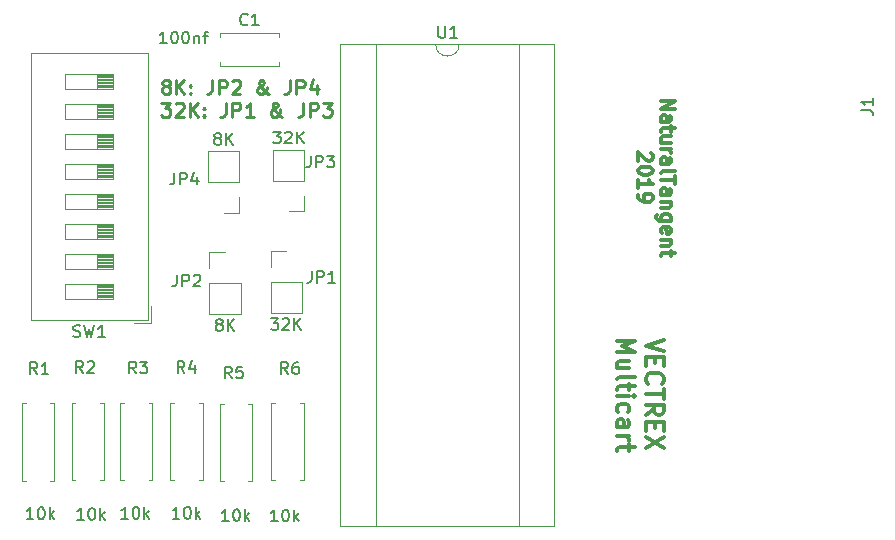
<source format=gto>
G04 #@! TF.GenerationSoftware,KiCad,Pcbnew,6.0.0-d3dd2cf0fa~116~ubuntu20.04.1*
G04 #@! TF.CreationDate,2021-12-31T14:11:41+00:00*
G04 #@! TF.ProjectId,multicart,6d756c74-6963-4617-9274-2e6b69636164,V0.1*
G04 #@! TF.SameCoordinates,Original*
G04 #@! TF.FileFunction,Legend,Top*
G04 #@! TF.FilePolarity,Positive*
%FSLAX46Y46*%
G04 Gerber Fmt 4.6, Leading zero omitted, Abs format (unit mm)*
G04 Created by KiCad (PCBNEW 6.0.0-d3dd2cf0fa~116~ubuntu20.04.1) date 2021-12-31 14:11:41*
%MOMM*%
%LPD*%
G01*
G04 APERTURE LIST*
%ADD10C,0.300000*%
%ADD11C,0.275000*%
%ADD12C,0.150000*%
%ADD13C,0.120000*%
G04 APERTURE END LIST*
D10*
X119676142Y-52289885D02*
X120876142Y-52289885D01*
X119676142Y-52975600D01*
X120876142Y-52975600D01*
X119676142Y-54061314D02*
X120304714Y-54061314D01*
X120419000Y-54004171D01*
X120476142Y-53889885D01*
X120476142Y-53661314D01*
X120419000Y-53547028D01*
X119733285Y-54061314D02*
X119676142Y-53947028D01*
X119676142Y-53661314D01*
X119733285Y-53547028D01*
X119847571Y-53489885D01*
X119961857Y-53489885D01*
X120076142Y-53547028D01*
X120133285Y-53661314D01*
X120133285Y-53947028D01*
X120190428Y-54061314D01*
X120476142Y-54461314D02*
X120476142Y-54918457D01*
X120876142Y-54632742D02*
X119847571Y-54632742D01*
X119733285Y-54689885D01*
X119676142Y-54804171D01*
X119676142Y-54918457D01*
X120476142Y-55832742D02*
X119676142Y-55832742D01*
X120476142Y-55318457D02*
X119847571Y-55318457D01*
X119733285Y-55375600D01*
X119676142Y-55489885D01*
X119676142Y-55661314D01*
X119733285Y-55775600D01*
X119790428Y-55832742D01*
X119676142Y-56404171D02*
X120476142Y-56404171D01*
X120247571Y-56404171D02*
X120361857Y-56461314D01*
X120419000Y-56518457D01*
X120476142Y-56632742D01*
X120476142Y-56747028D01*
X119676142Y-57661314D02*
X120304714Y-57661314D01*
X120419000Y-57604171D01*
X120476142Y-57489885D01*
X120476142Y-57261314D01*
X120419000Y-57147028D01*
X119733285Y-57661314D02*
X119676142Y-57547028D01*
X119676142Y-57261314D01*
X119733285Y-57147028D01*
X119847571Y-57089885D01*
X119961857Y-57089885D01*
X120076142Y-57147028D01*
X120133285Y-57261314D01*
X120133285Y-57547028D01*
X120190428Y-57661314D01*
X119676142Y-58404171D02*
X119733285Y-58289885D01*
X119847571Y-58232742D01*
X120876142Y-58232742D01*
X120876142Y-58689885D02*
X120876142Y-59375600D01*
X119676142Y-59032742D02*
X120876142Y-59032742D01*
X119676142Y-60289885D02*
X120304714Y-60289885D01*
X120419000Y-60232742D01*
X120476142Y-60118457D01*
X120476142Y-59889885D01*
X120419000Y-59775600D01*
X119733285Y-60289885D02*
X119676142Y-60175600D01*
X119676142Y-59889885D01*
X119733285Y-59775600D01*
X119847571Y-59718457D01*
X119961857Y-59718457D01*
X120076142Y-59775600D01*
X120133285Y-59889885D01*
X120133285Y-60175600D01*
X120190428Y-60289885D01*
X120476142Y-60861314D02*
X119676142Y-60861314D01*
X120361857Y-60861314D02*
X120419000Y-60918457D01*
X120476142Y-61032742D01*
X120476142Y-61204171D01*
X120419000Y-61318457D01*
X120304714Y-61375600D01*
X119676142Y-61375600D01*
X120476142Y-62461314D02*
X119504714Y-62461314D01*
X119390428Y-62404171D01*
X119333285Y-62347028D01*
X119276142Y-62232742D01*
X119276142Y-62061314D01*
X119333285Y-61947028D01*
X119733285Y-62461314D02*
X119676142Y-62347028D01*
X119676142Y-62118457D01*
X119733285Y-62004171D01*
X119790428Y-61947028D01*
X119904714Y-61889885D01*
X120247571Y-61889885D01*
X120361857Y-61947028D01*
X120419000Y-62004171D01*
X120476142Y-62118457D01*
X120476142Y-62347028D01*
X120419000Y-62461314D01*
X119733285Y-63489885D02*
X119676142Y-63375600D01*
X119676142Y-63147028D01*
X119733285Y-63032742D01*
X119847571Y-62975600D01*
X120304714Y-62975600D01*
X120419000Y-63032742D01*
X120476142Y-63147028D01*
X120476142Y-63375600D01*
X120419000Y-63489885D01*
X120304714Y-63547028D01*
X120190428Y-63547028D01*
X120076142Y-62975600D01*
X120476142Y-64061314D02*
X119676142Y-64061314D01*
X120361857Y-64061314D02*
X120419000Y-64118457D01*
X120476142Y-64232742D01*
X120476142Y-64404171D01*
X120419000Y-64518457D01*
X120304714Y-64575600D01*
X119676142Y-64575600D01*
X120476142Y-64975600D02*
X120476142Y-65432742D01*
X120876142Y-65147028D02*
X119847571Y-65147028D01*
X119733285Y-65204171D01*
X119676142Y-65318457D01*
X119676142Y-65432742D01*
X118829857Y-56718457D02*
X118887000Y-56775600D01*
X118944142Y-56889885D01*
X118944142Y-57175600D01*
X118887000Y-57289885D01*
X118829857Y-57347028D01*
X118715571Y-57404171D01*
X118601285Y-57404171D01*
X118429857Y-57347028D01*
X117744142Y-56661314D01*
X117744142Y-57404171D01*
X118944142Y-58147028D02*
X118944142Y-58261314D01*
X118887000Y-58375600D01*
X118829857Y-58432742D01*
X118715571Y-58489885D01*
X118487000Y-58547028D01*
X118201285Y-58547028D01*
X117972714Y-58489885D01*
X117858428Y-58432742D01*
X117801285Y-58375600D01*
X117744142Y-58261314D01*
X117744142Y-58147028D01*
X117801285Y-58032742D01*
X117858428Y-57975600D01*
X117972714Y-57918457D01*
X118201285Y-57861314D01*
X118487000Y-57861314D01*
X118715571Y-57918457D01*
X118829857Y-57975600D01*
X118887000Y-58032742D01*
X118944142Y-58147028D01*
X117744142Y-59689885D02*
X117744142Y-59004171D01*
X117744142Y-59347028D02*
X118944142Y-59347028D01*
X118772714Y-59232742D01*
X118658428Y-59118457D01*
X118601285Y-59004171D01*
X117744142Y-60261314D02*
X117744142Y-60489885D01*
X117801285Y-60604171D01*
X117858428Y-60661314D01*
X118029857Y-60775600D01*
X118258428Y-60832742D01*
X118715571Y-60832742D01*
X118829857Y-60775600D01*
X118887000Y-60718457D01*
X118944142Y-60604171D01*
X118944142Y-60375600D01*
X118887000Y-60261314D01*
X118829857Y-60204171D01*
X118715571Y-60147028D01*
X118429857Y-60147028D01*
X118315571Y-60204171D01*
X118258428Y-60261314D01*
X118201285Y-60375600D01*
X118201285Y-60604171D01*
X118258428Y-60718457D01*
X118315571Y-60775600D01*
X118429857Y-60832742D01*
X119884928Y-72522342D02*
X118384928Y-73022342D01*
X119884928Y-73522342D01*
X119170642Y-74022342D02*
X119170642Y-74522342D01*
X118384928Y-74736628D02*
X118384928Y-74022342D01*
X119884928Y-74022342D01*
X119884928Y-74736628D01*
X118527785Y-76236628D02*
X118456357Y-76165200D01*
X118384928Y-75950914D01*
X118384928Y-75808057D01*
X118456357Y-75593771D01*
X118599214Y-75450914D01*
X118742071Y-75379485D01*
X119027785Y-75308057D01*
X119242071Y-75308057D01*
X119527785Y-75379485D01*
X119670642Y-75450914D01*
X119813500Y-75593771D01*
X119884928Y-75808057D01*
X119884928Y-75950914D01*
X119813500Y-76165200D01*
X119742071Y-76236628D01*
X119884928Y-76665200D02*
X119884928Y-77522342D01*
X118384928Y-77093771D02*
X119884928Y-77093771D01*
X118384928Y-78879485D02*
X119099214Y-78379485D01*
X118384928Y-78022342D02*
X119884928Y-78022342D01*
X119884928Y-78593771D01*
X119813500Y-78736628D01*
X119742071Y-78808057D01*
X119599214Y-78879485D01*
X119384928Y-78879485D01*
X119242071Y-78808057D01*
X119170642Y-78736628D01*
X119099214Y-78593771D01*
X119099214Y-78022342D01*
X119170642Y-79522342D02*
X119170642Y-80022342D01*
X118384928Y-80236628D02*
X118384928Y-79522342D01*
X119884928Y-79522342D01*
X119884928Y-80236628D01*
X119884928Y-80736628D02*
X118384928Y-81736628D01*
X119884928Y-81736628D02*
X118384928Y-80736628D01*
X115969928Y-72593771D02*
X117469928Y-72593771D01*
X116398500Y-73093771D01*
X117469928Y-73593771D01*
X115969928Y-73593771D01*
X116969928Y-74950914D02*
X115969928Y-74950914D01*
X116969928Y-74308057D02*
X116184214Y-74308057D01*
X116041357Y-74379485D01*
X115969928Y-74522342D01*
X115969928Y-74736628D01*
X116041357Y-74879485D01*
X116112785Y-74950914D01*
X115969928Y-75879485D02*
X116041357Y-75736628D01*
X116184214Y-75665200D01*
X117469928Y-75665200D01*
X116969928Y-76236628D02*
X116969928Y-76808057D01*
X117469928Y-76450914D02*
X116184214Y-76450914D01*
X116041357Y-76522342D01*
X115969928Y-76665200D01*
X115969928Y-76808057D01*
X115969928Y-77308057D02*
X116969928Y-77308057D01*
X117469928Y-77308057D02*
X117398500Y-77236628D01*
X117327071Y-77308057D01*
X117398500Y-77379485D01*
X117469928Y-77308057D01*
X117327071Y-77308057D01*
X116041357Y-78665200D02*
X115969928Y-78522342D01*
X115969928Y-78236628D01*
X116041357Y-78093771D01*
X116112785Y-78022342D01*
X116255642Y-77950914D01*
X116684214Y-77950914D01*
X116827071Y-78022342D01*
X116898500Y-78093771D01*
X116969928Y-78236628D01*
X116969928Y-78522342D01*
X116898500Y-78665200D01*
X115969928Y-79950914D02*
X116755642Y-79950914D01*
X116898500Y-79879485D01*
X116969928Y-79736628D01*
X116969928Y-79450914D01*
X116898500Y-79308057D01*
X116041357Y-79950914D02*
X115969928Y-79808057D01*
X115969928Y-79450914D01*
X116041357Y-79308057D01*
X116184214Y-79236628D01*
X116327071Y-79236628D01*
X116469928Y-79308057D01*
X116541357Y-79450914D01*
X116541357Y-79808057D01*
X116612785Y-79950914D01*
X115969928Y-80665200D02*
X116969928Y-80665200D01*
X116684214Y-80665200D02*
X116827071Y-80736628D01*
X116898500Y-80808057D01*
X116969928Y-80950914D01*
X116969928Y-81093771D01*
X116969928Y-81379485D02*
X116969928Y-81950914D01*
X117469928Y-81593771D02*
X116184214Y-81593771D01*
X116041357Y-81665200D01*
X115969928Y-81808057D01*
X115969928Y-81950914D01*
D11*
X77648692Y-51037342D02*
X77534407Y-50980200D01*
X77477264Y-50923057D01*
X77420121Y-50808771D01*
X77420121Y-50751628D01*
X77477264Y-50637342D01*
X77534407Y-50580200D01*
X77648692Y-50523057D01*
X77877264Y-50523057D01*
X77991550Y-50580200D01*
X78048692Y-50637342D01*
X78105835Y-50751628D01*
X78105835Y-50808771D01*
X78048692Y-50923057D01*
X77991550Y-50980200D01*
X77877264Y-51037342D01*
X77648692Y-51037342D01*
X77534407Y-51094485D01*
X77477264Y-51151628D01*
X77420121Y-51265914D01*
X77420121Y-51494485D01*
X77477264Y-51608771D01*
X77534407Y-51665914D01*
X77648692Y-51723057D01*
X77877264Y-51723057D01*
X77991550Y-51665914D01*
X78048692Y-51608771D01*
X78105835Y-51494485D01*
X78105835Y-51265914D01*
X78048692Y-51151628D01*
X77991550Y-51094485D01*
X77877264Y-51037342D01*
X78620121Y-51723057D02*
X78620121Y-50523057D01*
X79305835Y-51723057D02*
X78791550Y-51037342D01*
X79305835Y-50523057D02*
X78620121Y-51208771D01*
X79820121Y-51608771D02*
X79877264Y-51665914D01*
X79820121Y-51723057D01*
X79762978Y-51665914D01*
X79820121Y-51608771D01*
X79820121Y-51723057D01*
X79820121Y-50980200D02*
X79877264Y-51037342D01*
X79820121Y-51094485D01*
X79762978Y-51037342D01*
X79820121Y-50980200D01*
X79820121Y-51094485D01*
X81648692Y-50523057D02*
X81648692Y-51380200D01*
X81591550Y-51551628D01*
X81477264Y-51665914D01*
X81305835Y-51723057D01*
X81191550Y-51723057D01*
X82220121Y-51723057D02*
X82220121Y-50523057D01*
X82677264Y-50523057D01*
X82791550Y-50580200D01*
X82848692Y-50637342D01*
X82905835Y-50751628D01*
X82905835Y-50923057D01*
X82848692Y-51037342D01*
X82791550Y-51094485D01*
X82677264Y-51151628D01*
X82220121Y-51151628D01*
X83362978Y-50637342D02*
X83420121Y-50580200D01*
X83534407Y-50523057D01*
X83820121Y-50523057D01*
X83934407Y-50580200D01*
X83991550Y-50637342D01*
X84048692Y-50751628D01*
X84048692Y-50865914D01*
X83991550Y-51037342D01*
X83305835Y-51723057D01*
X84048692Y-51723057D01*
X86448692Y-51723057D02*
X86391550Y-51723057D01*
X86277264Y-51665914D01*
X86105835Y-51494485D01*
X85820121Y-51151628D01*
X85705835Y-50980200D01*
X85648692Y-50808771D01*
X85648692Y-50694485D01*
X85705835Y-50580200D01*
X85820121Y-50523057D01*
X85877264Y-50523057D01*
X85991550Y-50580200D01*
X86048692Y-50694485D01*
X86048692Y-50751628D01*
X85991550Y-50865914D01*
X85934407Y-50923057D01*
X85591550Y-51151628D01*
X85534407Y-51208771D01*
X85477264Y-51323057D01*
X85477264Y-51494485D01*
X85534407Y-51608771D01*
X85591550Y-51665914D01*
X85705835Y-51723057D01*
X85877264Y-51723057D01*
X85991550Y-51665914D01*
X86048692Y-51608771D01*
X86220121Y-51380200D01*
X86277264Y-51208771D01*
X86277264Y-51094485D01*
X88220121Y-50523057D02*
X88220121Y-51380200D01*
X88162978Y-51551628D01*
X88048692Y-51665914D01*
X87877264Y-51723057D01*
X87762978Y-51723057D01*
X88791550Y-51723057D02*
X88791550Y-50523057D01*
X89248692Y-50523057D01*
X89362978Y-50580200D01*
X89420121Y-50637342D01*
X89477264Y-50751628D01*
X89477264Y-50923057D01*
X89420121Y-51037342D01*
X89362978Y-51094485D01*
X89248692Y-51151628D01*
X88791550Y-51151628D01*
X90505835Y-50923057D02*
X90505835Y-51723057D01*
X90220121Y-50465914D02*
X89934407Y-51323057D01*
X90677264Y-51323057D01*
X77362978Y-52455057D02*
X78105835Y-52455057D01*
X77705835Y-52912200D01*
X77877264Y-52912200D01*
X77991550Y-52969342D01*
X78048692Y-53026485D01*
X78105835Y-53140771D01*
X78105835Y-53426485D01*
X78048692Y-53540771D01*
X77991550Y-53597914D01*
X77877264Y-53655057D01*
X77534407Y-53655057D01*
X77420121Y-53597914D01*
X77362978Y-53540771D01*
X78562978Y-52569342D02*
X78620121Y-52512200D01*
X78734407Y-52455057D01*
X79020121Y-52455057D01*
X79134407Y-52512200D01*
X79191550Y-52569342D01*
X79248692Y-52683628D01*
X79248692Y-52797914D01*
X79191550Y-52969342D01*
X78505835Y-53655057D01*
X79248692Y-53655057D01*
X79762978Y-53655057D02*
X79762978Y-52455057D01*
X80448692Y-53655057D02*
X79934407Y-52969342D01*
X80448692Y-52455057D02*
X79762978Y-53140771D01*
X80962978Y-53540771D02*
X81020121Y-53597914D01*
X80962978Y-53655057D01*
X80905835Y-53597914D01*
X80962978Y-53540771D01*
X80962978Y-53655057D01*
X80962978Y-52912200D02*
X81020121Y-52969342D01*
X80962978Y-53026485D01*
X80905835Y-52969342D01*
X80962978Y-52912200D01*
X80962978Y-53026485D01*
X82791550Y-52455057D02*
X82791550Y-53312200D01*
X82734407Y-53483628D01*
X82620121Y-53597914D01*
X82448692Y-53655057D01*
X82334407Y-53655057D01*
X83362978Y-53655057D02*
X83362978Y-52455057D01*
X83820121Y-52455057D01*
X83934407Y-52512200D01*
X83991550Y-52569342D01*
X84048692Y-52683628D01*
X84048692Y-52855057D01*
X83991550Y-52969342D01*
X83934407Y-53026485D01*
X83820121Y-53083628D01*
X83362978Y-53083628D01*
X85191550Y-53655057D02*
X84505835Y-53655057D01*
X84848692Y-53655057D02*
X84848692Y-52455057D01*
X84734407Y-52626485D01*
X84620121Y-52740771D01*
X84505835Y-52797914D01*
X87591550Y-53655057D02*
X87534407Y-53655057D01*
X87420121Y-53597914D01*
X87248692Y-53426485D01*
X86962978Y-53083628D01*
X86848692Y-52912200D01*
X86791550Y-52740771D01*
X86791550Y-52626485D01*
X86848692Y-52512200D01*
X86962978Y-52455057D01*
X87020121Y-52455057D01*
X87134407Y-52512200D01*
X87191550Y-52626485D01*
X87191550Y-52683628D01*
X87134407Y-52797914D01*
X87077264Y-52855057D01*
X86734407Y-53083628D01*
X86677264Y-53140771D01*
X86620121Y-53255057D01*
X86620121Y-53426485D01*
X86677264Y-53540771D01*
X86734407Y-53597914D01*
X86848692Y-53655057D01*
X87020121Y-53655057D01*
X87134407Y-53597914D01*
X87191550Y-53540771D01*
X87362978Y-53312200D01*
X87420121Y-53140771D01*
X87420121Y-53026485D01*
X89362978Y-52455057D02*
X89362978Y-53312200D01*
X89305835Y-53483628D01*
X89191550Y-53597914D01*
X89020121Y-53655057D01*
X88905835Y-53655057D01*
X89934407Y-53655057D02*
X89934407Y-52455057D01*
X90391550Y-52455057D01*
X90505835Y-52512200D01*
X90562978Y-52569342D01*
X90620121Y-52683628D01*
X90620121Y-52855057D01*
X90562978Y-52969342D01*
X90505835Y-53026485D01*
X90391550Y-53083628D01*
X89934407Y-53083628D01*
X91020121Y-52455057D02*
X91762978Y-52455057D01*
X91362978Y-52912200D01*
X91534407Y-52912200D01*
X91648692Y-52969342D01*
X91705835Y-53026485D01*
X91762978Y-53140771D01*
X91762978Y-53426485D01*
X91705835Y-53540771D01*
X91648692Y-53597914D01*
X91534407Y-53655057D01*
X91191550Y-53655057D01*
X91077264Y-53597914D01*
X91020121Y-53540771D01*
D12*
X100812695Y-45966580D02*
X100812695Y-46776104D01*
X100860314Y-46871342D01*
X100907933Y-46918961D01*
X101003171Y-46966580D01*
X101193647Y-46966580D01*
X101288885Y-46918961D01*
X101336504Y-46871342D01*
X101384123Y-46776104D01*
X101384123Y-45966580D01*
X102384123Y-46966580D02*
X101812695Y-46966580D01*
X102098409Y-46966580D02*
X102098409Y-45966580D01*
X102003171Y-46109438D01*
X101907933Y-46204676D01*
X101812695Y-46252295D01*
X69913666Y-72252361D02*
X70056523Y-72299980D01*
X70294619Y-72299980D01*
X70389857Y-72252361D01*
X70437476Y-72204742D01*
X70485095Y-72109504D01*
X70485095Y-72014266D01*
X70437476Y-71919028D01*
X70389857Y-71871409D01*
X70294619Y-71823790D01*
X70104142Y-71776171D01*
X70008904Y-71728552D01*
X69961285Y-71680933D01*
X69913666Y-71585695D01*
X69913666Y-71490457D01*
X69961285Y-71395219D01*
X70008904Y-71347600D01*
X70104142Y-71299980D01*
X70342238Y-71299980D01*
X70485095Y-71347600D01*
X70818428Y-71299980D02*
X71056523Y-72299980D01*
X71247000Y-71585695D01*
X71437476Y-72299980D01*
X71675571Y-71299980D01*
X72580333Y-72299980D02*
X72008904Y-72299980D01*
X72294619Y-72299980D02*
X72294619Y-71299980D01*
X72199380Y-71442838D01*
X72104142Y-71538076D01*
X72008904Y-71585695D01*
X83302928Y-75806073D02*
X82969595Y-75329883D01*
X82731499Y-75806073D02*
X82731499Y-74806073D01*
X83112452Y-74806073D01*
X83207690Y-74853693D01*
X83255309Y-74901312D01*
X83302928Y-74996550D01*
X83302928Y-75139407D01*
X83255309Y-75234645D01*
X83207690Y-75282264D01*
X83112452Y-75329883D01*
X82731499Y-75329883D01*
X84207690Y-74806073D02*
X83731499Y-74806073D01*
X83683880Y-75282264D01*
X83731499Y-75234645D01*
X83826737Y-75187026D01*
X84064833Y-75187026D01*
X84160071Y-75234645D01*
X84207690Y-75282264D01*
X84255309Y-75377502D01*
X84255309Y-75615597D01*
X84207690Y-75710835D01*
X84160071Y-75758454D01*
X84064833Y-75806073D01*
X83826737Y-75806073D01*
X83731499Y-75758454D01*
X83683880Y-75710835D01*
X83046961Y-87871073D02*
X82475533Y-87871073D01*
X82761247Y-87871073D02*
X82761247Y-86871073D01*
X82666009Y-87013931D01*
X82570771Y-87109169D01*
X82475533Y-87156788D01*
X83666009Y-86871073D02*
X83761247Y-86871073D01*
X83856485Y-86918693D01*
X83904104Y-86966312D01*
X83951723Y-87061550D01*
X83999342Y-87252026D01*
X83999342Y-87490121D01*
X83951723Y-87680597D01*
X83904104Y-87775835D01*
X83856485Y-87823454D01*
X83761247Y-87871073D01*
X83666009Y-87871073D01*
X83570771Y-87823454D01*
X83523152Y-87775835D01*
X83475533Y-87680597D01*
X83427914Y-87490121D01*
X83427914Y-87252026D01*
X83475533Y-87061550D01*
X83523152Y-86966312D01*
X83570771Y-86918693D01*
X83666009Y-86871073D01*
X84427914Y-87871073D02*
X84427914Y-86871073D01*
X84523152Y-87490121D02*
X84808866Y-87871073D01*
X84808866Y-87204407D02*
X84427914Y-87585359D01*
X70724733Y-75331580D02*
X70391400Y-74855390D01*
X70153304Y-75331580D02*
X70153304Y-74331580D01*
X70534257Y-74331580D01*
X70629495Y-74379200D01*
X70677114Y-74426819D01*
X70724733Y-74522057D01*
X70724733Y-74664914D01*
X70677114Y-74760152D01*
X70629495Y-74807771D01*
X70534257Y-74855390D01*
X70153304Y-74855390D01*
X71105685Y-74426819D02*
X71153304Y-74379200D01*
X71248542Y-74331580D01*
X71486638Y-74331580D01*
X71581876Y-74379200D01*
X71629495Y-74426819D01*
X71677114Y-74522057D01*
X71677114Y-74617295D01*
X71629495Y-74760152D01*
X71058066Y-75331580D01*
X71677114Y-75331580D01*
X70804161Y-87777580D02*
X70232733Y-87777580D01*
X70518447Y-87777580D02*
X70518447Y-86777580D01*
X70423209Y-86920438D01*
X70327971Y-87015676D01*
X70232733Y-87063295D01*
X71423209Y-86777580D02*
X71518447Y-86777580D01*
X71613685Y-86825200D01*
X71661304Y-86872819D01*
X71708923Y-86968057D01*
X71756542Y-87158533D01*
X71756542Y-87396628D01*
X71708923Y-87587104D01*
X71661304Y-87682342D01*
X71613685Y-87729961D01*
X71518447Y-87777580D01*
X71423209Y-87777580D01*
X71327971Y-87729961D01*
X71280352Y-87682342D01*
X71232733Y-87587104D01*
X71185114Y-87396628D01*
X71185114Y-87158533D01*
X71232733Y-86968057D01*
X71280352Y-86872819D01*
X71327971Y-86825200D01*
X71423209Y-86777580D01*
X72185114Y-87777580D02*
X72185114Y-86777580D01*
X72280352Y-87396628D02*
X72566066Y-87777580D01*
X72566066Y-87110914D02*
X72185114Y-87491866D01*
X75220533Y-75382380D02*
X74887200Y-74906190D01*
X74649104Y-75382380D02*
X74649104Y-74382380D01*
X75030057Y-74382380D01*
X75125295Y-74430000D01*
X75172914Y-74477619D01*
X75220533Y-74572857D01*
X75220533Y-74715714D01*
X75172914Y-74810952D01*
X75125295Y-74858571D01*
X75030057Y-74906190D01*
X74649104Y-74906190D01*
X75553866Y-74382380D02*
X76172914Y-74382380D01*
X75839580Y-74763333D01*
X75982438Y-74763333D01*
X76077676Y-74810952D01*
X76125295Y-74858571D01*
X76172914Y-74953809D01*
X76172914Y-75191904D01*
X76125295Y-75287142D01*
X76077676Y-75334761D01*
X75982438Y-75382380D01*
X75696723Y-75382380D01*
X75601485Y-75334761D01*
X75553866Y-75287142D01*
X74537961Y-87675980D02*
X73966533Y-87675980D01*
X74252247Y-87675980D02*
X74252247Y-86675980D01*
X74157009Y-86818838D01*
X74061771Y-86914076D01*
X73966533Y-86961695D01*
X75157009Y-86675980D02*
X75252247Y-86675980D01*
X75347485Y-86723600D01*
X75395104Y-86771219D01*
X75442723Y-86866457D01*
X75490342Y-87056933D01*
X75490342Y-87295028D01*
X75442723Y-87485504D01*
X75395104Y-87580742D01*
X75347485Y-87628361D01*
X75252247Y-87675980D01*
X75157009Y-87675980D01*
X75061771Y-87628361D01*
X75014152Y-87580742D01*
X74966533Y-87485504D01*
X74918914Y-87295028D01*
X74918914Y-87056933D01*
X74966533Y-86866457D01*
X75014152Y-86771219D01*
X75061771Y-86723600D01*
X75157009Y-86675980D01*
X75918914Y-87675980D02*
X75918914Y-86675980D01*
X76014152Y-87295028D02*
X76299866Y-87675980D01*
X76299866Y-87009314D02*
X75918914Y-87390266D01*
X66838533Y-75433180D02*
X66505200Y-74956990D01*
X66267104Y-75433180D02*
X66267104Y-74433180D01*
X66648057Y-74433180D01*
X66743295Y-74480800D01*
X66790914Y-74528419D01*
X66838533Y-74623657D01*
X66838533Y-74766514D01*
X66790914Y-74861752D01*
X66743295Y-74909371D01*
X66648057Y-74956990D01*
X66267104Y-74956990D01*
X67790914Y-75433180D02*
X67219485Y-75433180D01*
X67505200Y-75433180D02*
X67505200Y-74433180D01*
X67409961Y-74576038D01*
X67314723Y-74671276D01*
X67219485Y-74718895D01*
X66511561Y-87726780D02*
X65940133Y-87726780D01*
X66225847Y-87726780D02*
X66225847Y-86726780D01*
X66130609Y-86869638D01*
X66035371Y-86964876D01*
X65940133Y-87012495D01*
X67130609Y-86726780D02*
X67225847Y-86726780D01*
X67321085Y-86774400D01*
X67368704Y-86822019D01*
X67416323Y-86917257D01*
X67463942Y-87107733D01*
X67463942Y-87345828D01*
X67416323Y-87536304D01*
X67368704Y-87631542D01*
X67321085Y-87679161D01*
X67225847Y-87726780D01*
X67130609Y-87726780D01*
X67035371Y-87679161D01*
X66987752Y-87631542D01*
X66940133Y-87536304D01*
X66892514Y-87345828D01*
X66892514Y-87107733D01*
X66940133Y-86917257D01*
X66987752Y-86822019D01*
X67035371Y-86774400D01*
X67130609Y-86726780D01*
X67892514Y-87726780D02*
X67892514Y-86726780D01*
X67987752Y-87345828D02*
X68273466Y-87726780D01*
X68273466Y-87060114D02*
X67892514Y-87441066D01*
X79309933Y-75331580D02*
X78976600Y-74855390D01*
X78738504Y-75331580D02*
X78738504Y-74331580D01*
X79119457Y-74331580D01*
X79214695Y-74379200D01*
X79262314Y-74426819D01*
X79309933Y-74522057D01*
X79309933Y-74664914D01*
X79262314Y-74760152D01*
X79214695Y-74807771D01*
X79119457Y-74855390D01*
X78738504Y-74855390D01*
X80167076Y-74664914D02*
X80167076Y-75331580D01*
X79928980Y-74283961D02*
X79690885Y-74998247D01*
X80309933Y-74998247D01*
X78881361Y-87675980D02*
X78309933Y-87675980D01*
X78595647Y-87675980D02*
X78595647Y-86675980D01*
X78500409Y-86818838D01*
X78405171Y-86914076D01*
X78309933Y-86961695D01*
X79500409Y-86675980D02*
X79595647Y-86675980D01*
X79690885Y-86723600D01*
X79738504Y-86771219D01*
X79786123Y-86866457D01*
X79833742Y-87056933D01*
X79833742Y-87295028D01*
X79786123Y-87485504D01*
X79738504Y-87580742D01*
X79690885Y-87628361D01*
X79595647Y-87675980D01*
X79500409Y-87675980D01*
X79405171Y-87628361D01*
X79357552Y-87580742D01*
X79309933Y-87485504D01*
X79262314Y-87295028D01*
X79262314Y-87056933D01*
X79309933Y-86866457D01*
X79357552Y-86771219D01*
X79405171Y-86723600D01*
X79500409Y-86675980D01*
X80262314Y-87675980D02*
X80262314Y-86675980D01*
X80357552Y-87295028D02*
X80643266Y-87675980D01*
X80643266Y-87009314D02*
X80262314Y-87390266D01*
X88072933Y-75433180D02*
X87739600Y-74956990D01*
X87501504Y-75433180D02*
X87501504Y-74433180D01*
X87882457Y-74433180D01*
X87977695Y-74480800D01*
X88025314Y-74528419D01*
X88072933Y-74623657D01*
X88072933Y-74766514D01*
X88025314Y-74861752D01*
X87977695Y-74909371D01*
X87882457Y-74956990D01*
X87501504Y-74956990D01*
X88930076Y-74433180D02*
X88739600Y-74433180D01*
X88644361Y-74480800D01*
X88596742Y-74528419D01*
X88501504Y-74671276D01*
X88453885Y-74861752D01*
X88453885Y-75242704D01*
X88501504Y-75337942D01*
X88549123Y-75385561D01*
X88644361Y-75433180D01*
X88834838Y-75433180D01*
X88930076Y-75385561D01*
X88977695Y-75337942D01*
X89025314Y-75242704D01*
X89025314Y-75004609D01*
X88977695Y-74909371D01*
X88930076Y-74861752D01*
X88834838Y-74814133D01*
X88644361Y-74814133D01*
X88549123Y-74861752D01*
X88501504Y-74909371D01*
X88453885Y-75004609D01*
X87212561Y-87904580D02*
X86641133Y-87904580D01*
X86926847Y-87904580D02*
X86926847Y-86904580D01*
X86831609Y-87047438D01*
X86736371Y-87142676D01*
X86641133Y-87190295D01*
X87831609Y-86904580D02*
X87926847Y-86904580D01*
X88022085Y-86952200D01*
X88069704Y-86999819D01*
X88117323Y-87095057D01*
X88164942Y-87285533D01*
X88164942Y-87523628D01*
X88117323Y-87714104D01*
X88069704Y-87809342D01*
X88022085Y-87856961D01*
X87926847Y-87904580D01*
X87831609Y-87904580D01*
X87736371Y-87856961D01*
X87688752Y-87809342D01*
X87641133Y-87714104D01*
X87593514Y-87523628D01*
X87593514Y-87285533D01*
X87641133Y-87095057D01*
X87688752Y-86999819D01*
X87736371Y-86952200D01*
X87831609Y-86904580D01*
X88593514Y-87904580D02*
X88593514Y-86904580D01*
X88688752Y-87523628D02*
X88974466Y-87904580D01*
X88974466Y-87237914D02*
X88593514Y-87618866D01*
X136612580Y-53083533D02*
X137326866Y-53083533D01*
X137469723Y-53131152D01*
X137564961Y-53226390D01*
X137612580Y-53369247D01*
X137612580Y-53464485D01*
X137612580Y-52083533D02*
X137612580Y-52654961D01*
X137612580Y-52369247D02*
X136612580Y-52369247D01*
X136755438Y-52464485D01*
X136850676Y-52559723D01*
X136898295Y-52654961D01*
X84654733Y-45812342D02*
X84607114Y-45859961D01*
X84464257Y-45907580D01*
X84369019Y-45907580D01*
X84226161Y-45859961D01*
X84130923Y-45764723D01*
X84083304Y-45669485D01*
X84035685Y-45479009D01*
X84035685Y-45336152D01*
X84083304Y-45145676D01*
X84130923Y-45050438D01*
X84226161Y-44955200D01*
X84369019Y-44907580D01*
X84464257Y-44907580D01*
X84607114Y-44955200D01*
X84654733Y-45002819D01*
X85607114Y-45907580D02*
X85035685Y-45907580D01*
X85321400Y-45907580D02*
X85321400Y-44907580D01*
X85226161Y-45050438D01*
X85130923Y-45145676D01*
X85035685Y-45193295D01*
X77792438Y-47442380D02*
X77221009Y-47442380D01*
X77506723Y-47442380D02*
X77506723Y-46442380D01*
X77411485Y-46585238D01*
X77316247Y-46680476D01*
X77221009Y-46728095D01*
X78411485Y-46442380D02*
X78506723Y-46442380D01*
X78601961Y-46490000D01*
X78649580Y-46537619D01*
X78697200Y-46632857D01*
X78744819Y-46823333D01*
X78744819Y-47061428D01*
X78697200Y-47251904D01*
X78649580Y-47347142D01*
X78601961Y-47394761D01*
X78506723Y-47442380D01*
X78411485Y-47442380D01*
X78316247Y-47394761D01*
X78268628Y-47347142D01*
X78221009Y-47251904D01*
X78173390Y-47061428D01*
X78173390Y-46823333D01*
X78221009Y-46632857D01*
X78268628Y-46537619D01*
X78316247Y-46490000D01*
X78411485Y-46442380D01*
X79363866Y-46442380D02*
X79459104Y-46442380D01*
X79554342Y-46490000D01*
X79601961Y-46537619D01*
X79649580Y-46632857D01*
X79697200Y-46823333D01*
X79697200Y-47061428D01*
X79649580Y-47251904D01*
X79601961Y-47347142D01*
X79554342Y-47394761D01*
X79459104Y-47442380D01*
X79363866Y-47442380D01*
X79268628Y-47394761D01*
X79221009Y-47347142D01*
X79173390Y-47251904D01*
X79125771Y-47061428D01*
X79125771Y-46823333D01*
X79173390Y-46632857D01*
X79221009Y-46537619D01*
X79268628Y-46490000D01*
X79363866Y-46442380D01*
X80125771Y-46775714D02*
X80125771Y-47442380D01*
X80125771Y-46870952D02*
X80173390Y-46823333D01*
X80268628Y-46775714D01*
X80411485Y-46775714D01*
X80506723Y-46823333D01*
X80554342Y-46918571D01*
X80554342Y-47442380D01*
X80887676Y-46775714D02*
X81268628Y-46775714D01*
X81030533Y-47442380D02*
X81030533Y-46585238D01*
X81078152Y-46490000D01*
X81173390Y-46442380D01*
X81268628Y-46442380D01*
X90073266Y-66686180D02*
X90073266Y-67400466D01*
X90025647Y-67543323D01*
X89930409Y-67638561D01*
X89787552Y-67686180D01*
X89692314Y-67686180D01*
X90549457Y-67686180D02*
X90549457Y-66686180D01*
X90930409Y-66686180D01*
X91025647Y-66733800D01*
X91073266Y-66781419D01*
X91120885Y-66876657D01*
X91120885Y-67019514D01*
X91073266Y-67114752D01*
X91025647Y-67162371D01*
X90930409Y-67209990D01*
X90549457Y-67209990D01*
X92073266Y-67686180D02*
X91501838Y-67686180D01*
X91787552Y-67686180D02*
X91787552Y-66686180D01*
X91692314Y-66829038D01*
X91597076Y-66924276D01*
X91501838Y-66971895D01*
X86625276Y-70692580D02*
X87244323Y-70692580D01*
X86910990Y-71073533D01*
X87053847Y-71073533D01*
X87149085Y-71121152D01*
X87196704Y-71168771D01*
X87244323Y-71264009D01*
X87244323Y-71502104D01*
X87196704Y-71597342D01*
X87149085Y-71644961D01*
X87053847Y-71692580D01*
X86768133Y-71692580D01*
X86672895Y-71644961D01*
X86625276Y-71597342D01*
X87625276Y-70787819D02*
X87672895Y-70740200D01*
X87768133Y-70692580D01*
X88006228Y-70692580D01*
X88101466Y-70740200D01*
X88149085Y-70787819D01*
X88196704Y-70883057D01*
X88196704Y-70978295D01*
X88149085Y-71121152D01*
X87577657Y-71692580D01*
X88196704Y-71692580D01*
X88625276Y-71692580D02*
X88625276Y-70692580D01*
X89196704Y-71692580D02*
X88768133Y-71121152D01*
X89196704Y-70692580D02*
X88625276Y-71264009D01*
X78668666Y-67016380D02*
X78668666Y-67730666D01*
X78621047Y-67873523D01*
X78525809Y-67968761D01*
X78382952Y-68016380D01*
X78287714Y-68016380D01*
X79144857Y-68016380D02*
X79144857Y-67016380D01*
X79525809Y-67016380D01*
X79621047Y-67064000D01*
X79668666Y-67111619D01*
X79716285Y-67206857D01*
X79716285Y-67349714D01*
X79668666Y-67444952D01*
X79621047Y-67492571D01*
X79525809Y-67540190D01*
X79144857Y-67540190D01*
X80097238Y-67111619D02*
X80144857Y-67064000D01*
X80240095Y-67016380D01*
X80478190Y-67016380D01*
X80573428Y-67064000D01*
X80621047Y-67111619D01*
X80668666Y-67206857D01*
X80668666Y-67302095D01*
X80621047Y-67444952D01*
X80049619Y-68016380D01*
X80668666Y-68016380D01*
X82157961Y-71197352D02*
X82062723Y-71149733D01*
X82015104Y-71102114D01*
X81967485Y-71006876D01*
X81967485Y-70959257D01*
X82015104Y-70864019D01*
X82062723Y-70816400D01*
X82157961Y-70768780D01*
X82348438Y-70768780D01*
X82443676Y-70816400D01*
X82491295Y-70864019D01*
X82538914Y-70959257D01*
X82538914Y-71006876D01*
X82491295Y-71102114D01*
X82443676Y-71149733D01*
X82348438Y-71197352D01*
X82157961Y-71197352D01*
X82062723Y-71244971D01*
X82015104Y-71292590D01*
X81967485Y-71387828D01*
X81967485Y-71578304D01*
X82015104Y-71673542D01*
X82062723Y-71721161D01*
X82157961Y-71768780D01*
X82348438Y-71768780D01*
X82443676Y-71721161D01*
X82491295Y-71673542D01*
X82538914Y-71578304D01*
X82538914Y-71387828D01*
X82491295Y-71292590D01*
X82443676Y-71244971D01*
X82348438Y-71197352D01*
X82967485Y-71768780D02*
X82967485Y-70768780D01*
X83538914Y-71768780D02*
X83110342Y-71197352D01*
X83538914Y-70768780D02*
X82967485Y-71340209D01*
X89997066Y-56932580D02*
X89997066Y-57646866D01*
X89949447Y-57789723D01*
X89854209Y-57884961D01*
X89711352Y-57932580D01*
X89616114Y-57932580D01*
X90473257Y-57932580D02*
X90473257Y-56932580D01*
X90854209Y-56932580D01*
X90949447Y-56980200D01*
X90997066Y-57027819D01*
X91044685Y-57123057D01*
X91044685Y-57265914D01*
X90997066Y-57361152D01*
X90949447Y-57408771D01*
X90854209Y-57456390D01*
X90473257Y-57456390D01*
X91378019Y-56932580D02*
X91997066Y-56932580D01*
X91663733Y-57313533D01*
X91806590Y-57313533D01*
X91901828Y-57361152D01*
X91949447Y-57408771D01*
X91997066Y-57504009D01*
X91997066Y-57742104D01*
X91949447Y-57837342D01*
X91901828Y-57884961D01*
X91806590Y-57932580D01*
X91520876Y-57932580D01*
X91425638Y-57884961D01*
X91378019Y-57837342D01*
X86828476Y-54907380D02*
X87447523Y-54907380D01*
X87114190Y-55288333D01*
X87257047Y-55288333D01*
X87352285Y-55335952D01*
X87399904Y-55383571D01*
X87447523Y-55478809D01*
X87447523Y-55716904D01*
X87399904Y-55812142D01*
X87352285Y-55859761D01*
X87257047Y-55907380D01*
X86971333Y-55907380D01*
X86876095Y-55859761D01*
X86828476Y-55812142D01*
X87828476Y-55002619D02*
X87876095Y-54955000D01*
X87971333Y-54907380D01*
X88209428Y-54907380D01*
X88304666Y-54955000D01*
X88352285Y-55002619D01*
X88399904Y-55097857D01*
X88399904Y-55193095D01*
X88352285Y-55335952D01*
X87780857Y-55907380D01*
X88399904Y-55907380D01*
X88828476Y-55907380D02*
X88828476Y-54907380D01*
X89399904Y-55907380D02*
X88971333Y-55335952D01*
X89399904Y-54907380D02*
X88828476Y-55478809D01*
X78465466Y-58380380D02*
X78465466Y-59094666D01*
X78417847Y-59237523D01*
X78322609Y-59332761D01*
X78179752Y-59380380D01*
X78084514Y-59380380D01*
X78941657Y-59380380D02*
X78941657Y-58380380D01*
X79322609Y-58380380D01*
X79417847Y-58428000D01*
X79465466Y-58475619D01*
X79513085Y-58570857D01*
X79513085Y-58713714D01*
X79465466Y-58808952D01*
X79417847Y-58856571D01*
X79322609Y-58904190D01*
X78941657Y-58904190D01*
X80370228Y-58713714D02*
X80370228Y-59380380D01*
X80132133Y-58332761D02*
X79894038Y-59047047D01*
X80513085Y-59047047D01*
X82030961Y-55462952D02*
X81935723Y-55415333D01*
X81888104Y-55367714D01*
X81840485Y-55272476D01*
X81840485Y-55224857D01*
X81888104Y-55129619D01*
X81935723Y-55082000D01*
X82030961Y-55034380D01*
X82221438Y-55034380D01*
X82316676Y-55082000D01*
X82364295Y-55129619D01*
X82411914Y-55224857D01*
X82411914Y-55272476D01*
X82364295Y-55367714D01*
X82316676Y-55415333D01*
X82221438Y-55462952D01*
X82030961Y-55462952D01*
X81935723Y-55510571D01*
X81888104Y-55558190D01*
X81840485Y-55653428D01*
X81840485Y-55843904D01*
X81888104Y-55939142D01*
X81935723Y-55986761D01*
X82030961Y-56034380D01*
X82221438Y-56034380D01*
X82316676Y-55986761D01*
X82364295Y-55939142D01*
X82411914Y-55843904D01*
X82411914Y-55653428D01*
X82364295Y-55558190D01*
X82316676Y-55510571D01*
X82221438Y-55462952D01*
X82840485Y-56034380D02*
X82840485Y-55034380D01*
X83411914Y-56034380D02*
X82983342Y-55462952D01*
X83411914Y-55034380D02*
X82840485Y-55605809D01*
D13*
X95514600Y-47514200D02*
X95514600Y-88274200D01*
X107634600Y-47514200D02*
X102574600Y-47514200D01*
X95514600Y-88274200D02*
X107634600Y-88274200D01*
X100574600Y-47514200D02*
X95514600Y-47514200D01*
X92514600Y-47454200D02*
X92514600Y-88334200D01*
X110634600Y-88334200D02*
X110634600Y-47454200D01*
X110634600Y-47454200D02*
X92514600Y-47454200D01*
X92514600Y-88334200D02*
X110634600Y-88334200D01*
X107634600Y-88274200D02*
X107634600Y-47514200D01*
X100574600Y-47514200D02*
G75*
G03*
X102574600Y-47514200I1000000J0D01*
G01*
X73277000Y-50012600D02*
X69217000Y-50012600D01*
X71923667Y-61442600D02*
X71923667Y-60172600D01*
X73277000Y-50442600D02*
X71923667Y-50442600D01*
X73277000Y-61202600D02*
X71923667Y-61202600D01*
X71923667Y-63982600D02*
X71923667Y-62712600D01*
X73277000Y-52982600D02*
X71923667Y-52982600D01*
X76197000Y-70847600D02*
X76197000Y-48226600D01*
X73277000Y-60602600D02*
X71923667Y-60602600D01*
X76437000Y-71087600D02*
X75053000Y-71087600D01*
X73277000Y-65322600D02*
X71923667Y-65322600D01*
X73277000Y-55092600D02*
X69217000Y-55092600D01*
X73277000Y-60722600D02*
X71923667Y-60722600D01*
X73277000Y-66402600D02*
X71923667Y-66402600D01*
X69217000Y-53822600D02*
X73277000Y-53822600D01*
X73277000Y-51162600D02*
X71923667Y-51162600D01*
X73277000Y-55522600D02*
X71923667Y-55522600D01*
X73277000Y-56362600D02*
X73277000Y-55092600D01*
X73277000Y-63262600D02*
X71923667Y-63262600D01*
X73277000Y-68222600D02*
X71923667Y-68222600D01*
X71923667Y-58902600D02*
X71923667Y-57632600D01*
X73277000Y-60242600D02*
X71923667Y-60242600D01*
X73277000Y-58422600D02*
X71923667Y-58422600D01*
X73277000Y-68702600D02*
X71923667Y-68702600D01*
X76197000Y-48226600D02*
X66297000Y-48226600D01*
X69217000Y-67792600D02*
X69217000Y-69062600D01*
X73277000Y-60842600D02*
X71923667Y-60842600D01*
X73277000Y-55762600D02*
X71923667Y-55762600D01*
X73277000Y-62902600D02*
X71923667Y-62902600D01*
X73277000Y-65922600D02*
X71923667Y-65922600D01*
X69217000Y-58902600D02*
X73277000Y-58902600D01*
X76437000Y-71087600D02*
X76437000Y-69704600D01*
X73277000Y-63622600D02*
X71923667Y-63622600D01*
X69217000Y-69062600D02*
X73277000Y-69062600D01*
X73277000Y-63502600D02*
X71923667Y-63502600D01*
X73277000Y-61082600D02*
X71923667Y-61082600D01*
X73277000Y-50562600D02*
X71923667Y-50562600D01*
X69217000Y-50012600D02*
X69217000Y-51282600D01*
X73277000Y-50322600D02*
X71923667Y-50322600D01*
X73277000Y-55642600D02*
X71923667Y-55642600D01*
X73277000Y-58182600D02*
X71923667Y-58182600D01*
X73277000Y-65802600D02*
X71923667Y-65802600D01*
X73277000Y-56122600D02*
X71923667Y-56122600D01*
X73277000Y-58302600D02*
X71923667Y-58302600D01*
X73277000Y-67792600D02*
X69217000Y-67792600D01*
X73277000Y-50802600D02*
X71923667Y-50802600D01*
X69217000Y-60172600D02*
X69217000Y-61442600D01*
X73277000Y-63382600D02*
X71923667Y-63382600D01*
X69217000Y-62712600D02*
X69217000Y-63982600D01*
X73277000Y-53462600D02*
X71923667Y-53462600D01*
X69217000Y-57632600D02*
X69217000Y-58902600D01*
X69217000Y-61442600D02*
X73277000Y-61442600D01*
X73277000Y-65562600D02*
X71923667Y-65562600D01*
X73277000Y-55882600D02*
X71923667Y-55882600D01*
X73277000Y-58542600D02*
X71923667Y-58542600D01*
X69217000Y-56362600D02*
X73277000Y-56362600D01*
X73277000Y-68942600D02*
X71923667Y-68942600D01*
X71923667Y-51282600D02*
X71923667Y-50012600D01*
X73277000Y-52742600D02*
X71923667Y-52742600D01*
X73277000Y-50202600D02*
X71923667Y-50202600D01*
X73277000Y-53702600D02*
X71923667Y-53702600D01*
X73277000Y-53822600D02*
X73277000Y-52552600D01*
X73277000Y-68102600D02*
X71923667Y-68102600D01*
X73277000Y-57942600D02*
X71923667Y-57942600D01*
X71923667Y-53822600D02*
X71923667Y-52552600D01*
X73277000Y-68342600D02*
X71923667Y-68342600D01*
X73277000Y-62712600D02*
X69217000Y-62712600D01*
X71923667Y-66522600D02*
X71923667Y-65252600D01*
X73277000Y-63862600D02*
X71923667Y-63862600D01*
X69217000Y-66522600D02*
X73277000Y-66522600D01*
X73277000Y-65252600D02*
X69217000Y-65252600D01*
X73277000Y-60962600D02*
X71923667Y-60962600D01*
X73277000Y-58062600D02*
X71923667Y-58062600D01*
X73277000Y-51042600D02*
X71923667Y-51042600D01*
X73277000Y-62782600D02*
X71923667Y-62782600D01*
X73277000Y-52622600D02*
X71923667Y-52622600D01*
X73277000Y-68822600D02*
X71923667Y-68822600D01*
X73277000Y-57632600D02*
X69217000Y-57632600D01*
X73277000Y-68582600D02*
X71923667Y-68582600D01*
X73277000Y-53102600D02*
X71923667Y-53102600D01*
X69217000Y-63982600D02*
X73277000Y-63982600D01*
X73277000Y-61322600D02*
X71923667Y-61322600D01*
X73277000Y-66162600D02*
X71923667Y-66162600D01*
X73277000Y-57822600D02*
X71923667Y-57822600D01*
X73277000Y-61442600D02*
X73277000Y-60172600D01*
X73277000Y-55282600D02*
X71923667Y-55282600D01*
X69217000Y-51282600D02*
X73277000Y-51282600D01*
X73277000Y-67862600D02*
X71923667Y-67862600D01*
X73277000Y-63982600D02*
X73277000Y-62712600D01*
X73277000Y-67982600D02*
X71923667Y-67982600D01*
X73277000Y-60362600D02*
X71923667Y-60362600D01*
X73277000Y-52862600D02*
X71923667Y-52862600D01*
X66297000Y-70847600D02*
X66297000Y-48226600D01*
X73277000Y-53222600D02*
X71923667Y-53222600D01*
X73277000Y-58662600D02*
X71923667Y-58662600D01*
X73277000Y-53582600D02*
X71923667Y-53582600D01*
X73277000Y-56242600D02*
X71923667Y-56242600D01*
X73277000Y-66042600D02*
X71923667Y-66042600D01*
X73277000Y-50922600D02*
X71923667Y-50922600D01*
X73277000Y-65682600D02*
X71923667Y-65682600D01*
X73277000Y-57702600D02*
X71923667Y-57702600D01*
X73277000Y-65442600D02*
X71923667Y-65442600D01*
X73277000Y-60172600D02*
X69217000Y-60172600D01*
X73277000Y-51282600D02*
X73277000Y-50012600D01*
X73277000Y-56002600D02*
X71923667Y-56002600D01*
X73277000Y-55162600D02*
X71923667Y-55162600D01*
X73277000Y-58782600D02*
X71923667Y-58782600D01*
X73277000Y-63022600D02*
X71923667Y-63022600D01*
X76197000Y-70847600D02*
X66297000Y-70847600D01*
X73277000Y-68462600D02*
X71923667Y-68462600D01*
X71923667Y-69062600D02*
X71923667Y-67792600D01*
X69217000Y-52552600D02*
X69217000Y-53822600D01*
X73277000Y-50082600D02*
X71923667Y-50082600D01*
X73277000Y-66522600D02*
X73277000Y-65252600D01*
X73277000Y-66282600D02*
X71923667Y-66282600D01*
X69217000Y-55092600D02*
X69217000Y-56362600D01*
X73277000Y-58902600D02*
X73277000Y-57632600D01*
X73277000Y-52552600D02*
X69217000Y-52552600D01*
X69217000Y-65252600D02*
X69217000Y-66522600D01*
X71923667Y-56362600D02*
X71923667Y-55092600D01*
X73277000Y-50682600D02*
X71923667Y-50682600D01*
X73277000Y-63142600D02*
X71923667Y-63142600D01*
X73277000Y-55402600D02*
X71923667Y-55402600D01*
X73277000Y-53342600D02*
X71923667Y-53342600D01*
X73277000Y-60482600D02*
X71923667Y-60482600D01*
X73277000Y-63742600D02*
X71923667Y-63742600D01*
X73277000Y-69062600D02*
X73277000Y-67792600D01*
X82627600Y-77933800D02*
X82297600Y-77933800D01*
X85037600Y-77933800D02*
X85037600Y-84473800D01*
X85037600Y-84473800D02*
X84707600Y-84473800D01*
X82297600Y-77933800D02*
X82297600Y-84473800D01*
X84707600Y-77933800D02*
X85037600Y-77933800D01*
X82297600Y-84473800D02*
X82627600Y-84473800D01*
X72160000Y-77857600D02*
X72490000Y-77857600D01*
X69750000Y-77857600D02*
X69750000Y-84397600D01*
X69750000Y-84397600D02*
X70080000Y-84397600D01*
X72490000Y-77857600D02*
X72490000Y-84397600D01*
X70080000Y-77857600D02*
X69750000Y-77857600D01*
X72490000Y-84397600D02*
X72160000Y-84397600D01*
X73864800Y-84397600D02*
X74194800Y-84397600D01*
X73864800Y-77857600D02*
X73864800Y-84397600D01*
X76274800Y-77857600D02*
X76604800Y-77857600D01*
X76604800Y-77857600D02*
X76604800Y-84397600D01*
X74194800Y-77857600D02*
X73864800Y-77857600D01*
X76604800Y-84397600D02*
X76274800Y-84397600D01*
X67969000Y-77908400D02*
X68299000Y-77908400D01*
X65559000Y-84448400D02*
X65889000Y-84448400D01*
X68299000Y-77908400D02*
X68299000Y-84448400D01*
X65559000Y-77908400D02*
X65559000Y-84448400D01*
X65889000Y-77908400D02*
X65559000Y-77908400D01*
X68299000Y-84448400D02*
X67969000Y-84448400D01*
X80846600Y-84397600D02*
X80516600Y-84397600D01*
X78106600Y-77857600D02*
X78106600Y-84397600D01*
X80516600Y-77857600D02*
X80846600Y-77857600D01*
X78106600Y-84397600D02*
X78436600Y-84397600D01*
X80846600Y-77857600D02*
X80846600Y-84397600D01*
X78436600Y-77857600D02*
X78106600Y-77857600D01*
X86666400Y-77857600D02*
X86666400Y-84397600D01*
X86996400Y-77857600D02*
X86666400Y-77857600D01*
X89076400Y-77857600D02*
X89406400Y-77857600D01*
X89406400Y-77857600D02*
X89406400Y-84397600D01*
X89406400Y-84397600D02*
X89076400Y-84397600D01*
X86666400Y-84397600D02*
X86996400Y-84397600D01*
X82351400Y-46585200D02*
X82351400Y-46900200D01*
X87291400Y-49010200D02*
X87291400Y-49325200D01*
X82351400Y-49010200D02*
X82351400Y-49325200D01*
X87291400Y-46585200D02*
X87291400Y-46900200D01*
X82351400Y-49325200D02*
X87291400Y-49325200D01*
X82351400Y-46585200D02*
X87291400Y-46585200D01*
X86604800Y-67640200D02*
X89264800Y-67640200D01*
X86604800Y-66370200D02*
X86604800Y-65040200D01*
X86604800Y-67640200D02*
X86604800Y-70240200D01*
X86604800Y-70240200D02*
X89264800Y-70240200D01*
X86604800Y-65040200D02*
X87934800Y-65040200D01*
X89264800Y-67640200D02*
X89264800Y-70240200D01*
X81423200Y-66446400D02*
X81423200Y-65116400D01*
X81423200Y-70316400D02*
X84083200Y-70316400D01*
X81423200Y-67716400D02*
X81423200Y-70316400D01*
X81423200Y-65116400D02*
X82753200Y-65116400D01*
X81423200Y-67716400D02*
X84083200Y-67716400D01*
X84083200Y-67716400D02*
X84083200Y-70316400D01*
X86808000Y-59055000D02*
X86808000Y-56455000D01*
X89468000Y-60325000D02*
X89468000Y-61655000D01*
X89468000Y-59055000D02*
X89468000Y-56455000D01*
X89468000Y-61655000D02*
X88138000Y-61655000D01*
X89468000Y-56455000D02*
X86808000Y-56455000D01*
X89468000Y-59055000D02*
X86808000Y-59055000D01*
X83956200Y-59182000D02*
X83956200Y-56582000D01*
X81296200Y-59182000D02*
X81296200Y-56582000D01*
X83956200Y-61782000D02*
X82626200Y-61782000D01*
X83956200Y-56582000D02*
X81296200Y-56582000D01*
X83956200Y-60452000D02*
X83956200Y-61782000D01*
X83956200Y-59182000D02*
X81296200Y-59182000D01*
M02*

</source>
